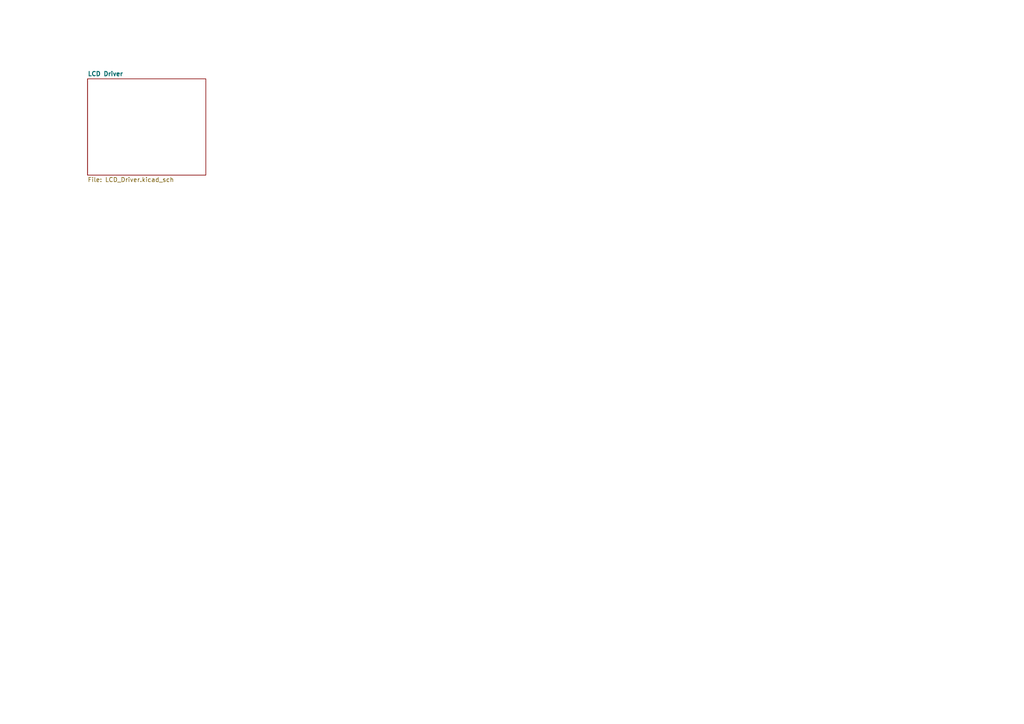
<source format=kicad_sch>
(kicad_sch
	(version 20250114)
	(generator "eeschema")
	(generator_version "9.0")
	(uuid "2d91dcc0-53ca-4b4e-b24e-819994bad5d0")
	(paper "A4")
	(lib_symbols)
	(sheet
		(at 25.4 22.86)
		(size 34.29 27.94)
		(exclude_from_sim no)
		(in_bom yes)
		(on_board yes)
		(dnp no)
		(fields_autoplaced yes)
		(stroke
			(width 0.1524)
			(type solid)
		)
		(fill
			(color 0 0 0 0.0000)
		)
		(uuid "863f5780-a9cb-4676-bedf-1a67886148ec")
		(property "Sheetname" "LCD Driver"
			(at 25.4 22.1484 0)
			(effects
				(font
					(size 1.27 1.27)
					(thickness 0.254)
					(bold yes)
				)
				(justify left bottom)
			)
		)
		(property "Sheetfile" "LCD_Driver.kicad_sch"
			(at 25.4 51.3846 0)
			(effects
				(font
					(size 1.27 1.27)
				)
				(justify left top)
			)
		)
		(instances
			(project "BreadBoard"
				(path "/2d91dcc0-53ca-4b4e-b24e-819994bad5d0"
					(page "2")
				)
			)
		)
	)
	(sheet_instances
		(path "/"
			(page "1")
		)
	)
	(embedded_fonts no)
)

</source>
